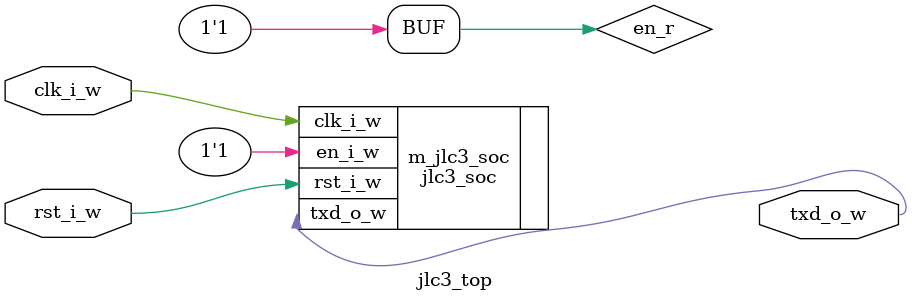
<source format=v>
module jlc3_top(
     input wire rst_i_w
    ,input wire clk_i_w
    ,output wire txd_o_w
);

    reg en_r = 1;

    // reg rst_r = 1;
    // reg[7:0]   rst_cnt;

    // always@(posedge clk_i_w) begin
    //     rst_cnt = rst_cnt + 1;
    // end
    // always@(posedge clk_i_w) begin
    //     if(rst_cnt > 100) begin
    //         rst_r = 0;
    //     end else if(rst_cnt > 200) begin
    //         rst_r = 1;
    //     end else begin
    //         rst_r = 0;
    //     end
    // end

    jlc3_soc m_jlc3_soc(
        .rst_i_w(rst_i_w)
        ,.clk_i_w(clk_i_w)
        ,.en_i_w(en_r)
        ,.txd_o_w(txd_o_w)
    );
    // initial
    // begin
    //     $dumpfile("jlc3_tb_vcs.vcd");        //生成的vcd文件名称
    //     $dumpvars(0, jlc3_tb);    //tb模块名称
    // end

//   initial
//      $monitor("At time %t, value = %h (%0d)",$time, value, value);
endmodule // test
</source>
